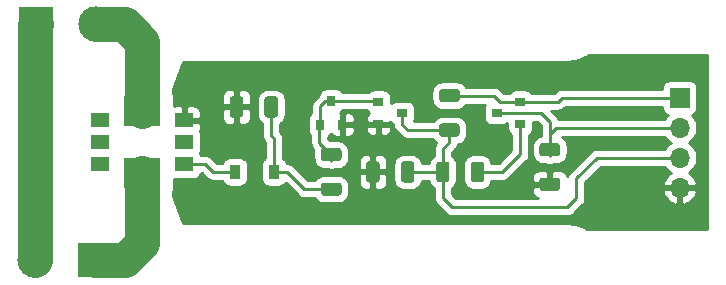
<source format=gbr>
G04 #@! TF.GenerationSoftware,KiCad,Pcbnew,5.1.10-88a1d61d58~90~ubuntu21.04.1*
G04 #@! TF.CreationDate,2021-08-24T09:46:03+02:00*
G04 #@! TF.ProjectId,Detector_SMD_AD,44657465-6374-46f7-925f-534d445f4144,rev?*
G04 #@! TF.SameCoordinates,Original*
G04 #@! TF.FileFunction,Copper,L1,Top*
G04 #@! TF.FilePolarity,Positive*
%FSLAX46Y46*%
G04 Gerber Fmt 4.6, Leading zero omitted, Abs format (unit mm)*
G04 Created by KiCad (PCBNEW 5.1.10-88a1d61d58~90~ubuntu21.04.1) date 2021-08-24 09:46:03*
%MOMM*%
%LPD*%
G01*
G04 APERTURE LIST*
G04 #@! TA.AperFunction,ComponentPad*
%ADD10O,1.700000X1.700000*%
G04 #@! TD*
G04 #@! TA.AperFunction,ComponentPad*
%ADD11R,1.700000X1.700000*%
G04 #@! TD*
G04 #@! TA.AperFunction,SMDPad,CuDef*
%ADD12R,0.900000X0.800000*%
G04 #@! TD*
G04 #@! TA.AperFunction,SMDPad,CuDef*
%ADD13R,0.800000X0.900000*%
G04 #@! TD*
G04 #@! TA.AperFunction,ComponentPad*
%ADD14C,3.000000*%
G04 #@! TD*
G04 #@! TA.AperFunction,ComponentPad*
%ADD15R,3.000000X3.000000*%
G04 #@! TD*
G04 #@! TA.AperFunction,SMDPad,CuDef*
%ADD16R,0.900000X1.200000*%
G04 #@! TD*
G04 #@! TA.AperFunction,SMDPad,CuDef*
%ADD17R,3.048000X2.540000*%
G04 #@! TD*
G04 #@! TA.AperFunction,SMDPad,CuDef*
%ADD18R,1.524000X1.270000*%
G04 #@! TD*
G04 #@! TA.AperFunction,ViaPad*
%ADD19C,0.800000*%
G04 #@! TD*
G04 #@! TA.AperFunction,Conductor*
%ADD20C,0.250000*%
G04 #@! TD*
G04 #@! TA.AperFunction,Conductor*
%ADD21C,3.000000*%
G04 #@! TD*
G04 #@! TA.AperFunction,Conductor*
%ADD22C,0.254000*%
G04 #@! TD*
G04 #@! TA.AperFunction,Conductor*
%ADD23C,0.100000*%
G04 #@! TD*
G04 APERTURE END LIST*
D10*
X107000000Y-53830000D03*
X107000000Y-51290000D03*
X107000000Y-48750000D03*
D11*
X107000000Y-46210000D03*
G04 #@! TA.AperFunction,SMDPad,CuDef*
G36*
G01*
X86874999Y-48400000D02*
X88125001Y-48400000D01*
G75*
G02*
X88375000Y-48649999I0J-249999D01*
G01*
X88375000Y-49275001D01*
G75*
G02*
X88125001Y-49525000I-249999J0D01*
G01*
X86874999Y-49525000D01*
G75*
G02*
X86625000Y-49275001I0J249999D01*
G01*
X86625000Y-48649999D01*
G75*
G02*
X86874999Y-48400000I249999J0D01*
G01*
G37*
G04 #@! TD.AperFunction*
G04 #@! TA.AperFunction,SMDPad,CuDef*
G36*
G01*
X86874999Y-45475000D02*
X88125001Y-45475000D01*
G75*
G02*
X88375000Y-45724999I0J-249999D01*
G01*
X88375000Y-46350001D01*
G75*
G02*
X88125001Y-46600000I-249999J0D01*
G01*
X86874999Y-46600000D01*
G75*
G02*
X86625000Y-46350001I0J249999D01*
G01*
X86625000Y-45724999D01*
G75*
G02*
X86874999Y-45475000I249999J0D01*
G01*
G37*
G04 #@! TD.AperFunction*
G04 #@! TA.AperFunction,SMDPad,CuDef*
G36*
G01*
X95374999Y-52987500D02*
X96625001Y-52987500D01*
G75*
G02*
X96875000Y-53237499I0J-249999D01*
G01*
X96875000Y-53862501D01*
G75*
G02*
X96625001Y-54112500I-249999J0D01*
G01*
X95374999Y-54112500D01*
G75*
G02*
X95125000Y-53862501I0J249999D01*
G01*
X95125000Y-53237499D01*
G75*
G02*
X95374999Y-52987500I249999J0D01*
G01*
G37*
G04 #@! TD.AperFunction*
G04 #@! TA.AperFunction,SMDPad,CuDef*
G36*
G01*
X95374999Y-50062500D02*
X96625001Y-50062500D01*
G75*
G02*
X96875000Y-50312499I0J-249999D01*
G01*
X96875000Y-50937501D01*
G75*
G02*
X96625001Y-51187500I-249999J0D01*
G01*
X95374999Y-51187500D01*
G75*
G02*
X95125000Y-50937501I0J249999D01*
G01*
X95125000Y-50312499D01*
G75*
G02*
X95374999Y-50062500I249999J0D01*
G01*
G37*
G04 #@! TD.AperFunction*
G04 #@! TA.AperFunction,SMDPad,CuDef*
G36*
G01*
X76874999Y-53400000D02*
X78125001Y-53400000D01*
G75*
G02*
X78375000Y-53649999I0J-249999D01*
G01*
X78375000Y-54275001D01*
G75*
G02*
X78125001Y-54525000I-249999J0D01*
G01*
X76874999Y-54525000D01*
G75*
G02*
X76625000Y-54275001I0J249999D01*
G01*
X76625000Y-53649999D01*
G75*
G02*
X76874999Y-53400000I249999J0D01*
G01*
G37*
G04 #@! TD.AperFunction*
G04 #@! TA.AperFunction,SMDPad,CuDef*
G36*
G01*
X76874999Y-50475000D02*
X78125001Y-50475000D01*
G75*
G02*
X78375000Y-50724999I0J-249999D01*
G01*
X78375000Y-51350001D01*
G75*
G02*
X78125001Y-51600000I-249999J0D01*
G01*
X76874999Y-51600000D01*
G75*
G02*
X76625000Y-51350001I0J249999D01*
G01*
X76625000Y-50724999D01*
G75*
G02*
X76874999Y-50475000I249999J0D01*
G01*
G37*
G04 #@! TD.AperFunction*
G04 #@! TA.AperFunction,SMDPad,CuDef*
G36*
G01*
X87512500Y-51874999D02*
X87512500Y-53125001D01*
G75*
G02*
X87262501Y-53375000I-249999J0D01*
G01*
X86637499Y-53375000D01*
G75*
G02*
X86387500Y-53125001I0J249999D01*
G01*
X86387500Y-51874999D01*
G75*
G02*
X86637499Y-51625000I249999J0D01*
G01*
X87262501Y-51625000D01*
G75*
G02*
X87512500Y-51874999I0J-249999D01*
G01*
G37*
G04 #@! TD.AperFunction*
G04 #@! TA.AperFunction,SMDPad,CuDef*
G36*
G01*
X90437500Y-51874999D02*
X90437500Y-53125001D01*
G75*
G02*
X90187501Y-53375000I-249999J0D01*
G01*
X89562499Y-53375000D01*
G75*
G02*
X89312500Y-53125001I0J249999D01*
G01*
X89312500Y-51874999D01*
G75*
G02*
X89562499Y-51625000I249999J0D01*
G01*
X90187501Y-51625000D01*
G75*
G02*
X90437500Y-51874999I0J-249999D01*
G01*
G37*
G04 #@! TD.AperFunction*
G04 #@! TA.AperFunction,SMDPad,CuDef*
G36*
G01*
X81600000Y-51849999D02*
X81600000Y-53150001D01*
G75*
G02*
X81350001Y-53400000I-249999J0D01*
G01*
X80699999Y-53400000D01*
G75*
G02*
X80450000Y-53150001I0J249999D01*
G01*
X80450000Y-51849999D01*
G75*
G02*
X80699999Y-51600000I249999J0D01*
G01*
X81350001Y-51600000D01*
G75*
G02*
X81600000Y-51849999I0J-249999D01*
G01*
G37*
G04 #@! TD.AperFunction*
G04 #@! TA.AperFunction,SMDPad,CuDef*
G36*
G01*
X84550000Y-51849999D02*
X84550000Y-53150001D01*
G75*
G02*
X84300001Y-53400000I-249999J0D01*
G01*
X83649999Y-53400000D01*
G75*
G02*
X83400000Y-53150001I0J249999D01*
G01*
X83400000Y-51849999D01*
G75*
G02*
X83649999Y-51600000I249999J0D01*
G01*
X84300001Y-51600000D01*
G75*
G02*
X84550000Y-51849999I0J-249999D01*
G01*
G37*
G04 #@! TD.AperFunction*
G04 #@! TA.AperFunction,SMDPad,CuDef*
G36*
G01*
X70050000Y-46349999D02*
X70050000Y-47650001D01*
G75*
G02*
X69800001Y-47900000I-249999J0D01*
G01*
X69149999Y-47900000D01*
G75*
G02*
X68900000Y-47650001I0J249999D01*
G01*
X68900000Y-46349999D01*
G75*
G02*
X69149999Y-46100000I249999J0D01*
G01*
X69800001Y-46100000D01*
G75*
G02*
X70050000Y-46349999I0J-249999D01*
G01*
G37*
G04 #@! TD.AperFunction*
G04 #@! TA.AperFunction,SMDPad,CuDef*
G36*
G01*
X73000000Y-46349999D02*
X73000000Y-47650001D01*
G75*
G02*
X72750001Y-47900000I-249999J0D01*
G01*
X72099999Y-47900000D01*
G75*
G02*
X71850000Y-47650001I0J249999D01*
G01*
X71850000Y-46349999D01*
G75*
G02*
X72099999Y-46100000I249999J0D01*
G01*
X72750001Y-46100000D01*
G75*
G02*
X73000000Y-46349999I0J-249999D01*
G01*
G37*
G04 #@! TD.AperFunction*
D12*
X83500000Y-47500000D03*
X81500000Y-48450000D03*
X81500000Y-46550000D03*
D13*
X77500000Y-46500000D03*
X78450000Y-48500000D03*
X76550000Y-48500000D03*
D12*
X91500000Y-47500000D03*
X93500000Y-46550000D03*
X93500000Y-48450000D03*
D14*
X57580000Y-40000000D03*
D15*
X52500000Y-40000000D03*
D14*
X52420000Y-60000000D03*
D15*
X57500000Y-60000000D03*
D16*
X69350000Y-52500000D03*
X72650000Y-52500000D03*
D17*
X61511199Y-52616200D03*
X61511199Y-47383800D03*
D18*
X57955199Y-51854200D03*
X57955199Y-50000000D03*
X57955199Y-48145800D03*
X65067199Y-48145800D03*
X65067199Y-50000000D03*
X65067199Y-51854200D03*
D19*
X94000000Y-53000000D03*
X90000000Y-50000000D03*
X97790000Y-47625000D03*
D20*
X72425000Y-47000000D02*
X72425000Y-49425000D01*
X72650000Y-49650000D02*
X72650000Y-52500000D01*
X72425000Y-49425000D02*
X72650000Y-49650000D01*
X72650000Y-52500000D02*
X73750000Y-52500000D01*
X75212500Y-53962500D02*
X77500000Y-53962500D01*
X73750000Y-52500000D02*
X75212500Y-53962500D01*
X65067199Y-51854200D02*
X66854200Y-51854200D01*
X67500000Y-52500000D02*
X69350000Y-52500000D01*
X66854200Y-51854200D02*
X67500000Y-52500000D01*
X83975000Y-52500000D02*
X86950000Y-52500000D01*
X87500000Y-48962500D02*
X87500000Y-50000000D01*
X86950000Y-50550000D02*
X86950000Y-52500000D01*
X87500000Y-50000000D02*
X86950000Y-50550000D01*
X83962500Y-48962500D02*
X87500000Y-48962500D01*
X83500000Y-48500000D02*
X83962500Y-48962500D01*
X83500000Y-47500000D02*
X83500000Y-48500000D01*
X100000000Y-51290000D02*
X98250000Y-53040000D01*
X98250000Y-53040000D02*
X98250000Y-54750000D01*
X98250000Y-54750000D02*
X97500000Y-55500000D01*
X97500000Y-55500000D02*
X87750000Y-55500000D01*
X86950000Y-54700000D02*
X86950000Y-52500000D01*
X87750000Y-55500000D02*
X86950000Y-54700000D01*
X107000000Y-51290000D02*
X100000000Y-51290000D01*
X91500000Y-47500000D02*
X95250000Y-47500000D01*
X95250000Y-47500000D02*
X96000000Y-48250000D01*
X96000000Y-49250000D02*
X96000000Y-51175000D01*
X96000000Y-48250000D02*
X96000000Y-49250000D01*
X96500000Y-48750000D02*
X96000000Y-49250000D01*
X99915000Y-48750000D02*
X96500000Y-48750000D01*
X99915000Y-48750000D02*
X107000000Y-48750000D01*
X87500000Y-46037500D02*
X91287500Y-46037500D01*
X91800000Y-46550000D02*
X93500000Y-46550000D01*
X91287500Y-46037500D02*
X91800000Y-46550000D01*
X96700000Y-46550000D02*
X93500000Y-46550000D01*
X97040000Y-46210000D02*
X96700000Y-46550000D01*
X107000000Y-46210000D02*
X97040000Y-46210000D01*
X93500000Y-51000000D02*
X93500000Y-48450000D01*
X92000000Y-52500000D02*
X93500000Y-51000000D01*
X89875000Y-52500000D02*
X92000000Y-52500000D01*
X77500000Y-50900000D02*
X77500000Y-51587500D01*
X81450000Y-46500000D02*
X81500000Y-46550000D01*
X77500000Y-46500000D02*
X81450000Y-46500000D01*
X77500000Y-51037500D02*
X76500000Y-50037500D01*
X76500000Y-48550000D02*
X76550000Y-48500000D01*
X76500000Y-50037500D02*
X76500000Y-48550000D01*
X76550000Y-46950000D02*
X76550000Y-48500000D01*
X77000000Y-46500000D02*
X76550000Y-46950000D01*
X77500000Y-46500000D02*
X77000000Y-46500000D01*
D21*
X61511199Y-52616200D02*
X61511199Y-58488801D01*
X60000000Y-60000000D02*
X57500000Y-60000000D01*
X61511199Y-58488801D02*
X60000000Y-60000000D01*
X61511199Y-47383800D02*
X61511199Y-41511199D01*
X60000000Y-40000000D02*
X57580000Y-40000000D01*
X61511199Y-41511199D02*
X60000000Y-40000000D01*
X52420000Y-40080000D02*
X52500000Y-40000000D01*
X52420000Y-60000000D02*
X52420000Y-40080000D01*
D22*
X109340000Y-57373000D02*
X99250603Y-57373000D01*
X99201437Y-57339334D01*
X99193331Y-57334952D01*
X98762527Y-57105890D01*
X98707233Y-57083099D01*
X98652240Y-57059529D01*
X98643437Y-57056804D01*
X98176347Y-56915781D01*
X98117653Y-56904159D01*
X98059156Y-56891725D01*
X98049991Y-56890762D01*
X97564405Y-56843150D01*
X97564402Y-56843150D01*
X97532419Y-56840000D01*
X65032419Y-56840000D01*
X65000000Y-56836807D01*
X64967581Y-56840000D01*
X64915578Y-56845122D01*
X64138199Y-54512986D01*
X64138199Y-54132491D01*
X64145892Y-54107131D01*
X64167652Y-53886200D01*
X64167652Y-53111049D01*
X64180717Y-53115012D01*
X64305199Y-53127272D01*
X65829199Y-53127272D01*
X65953681Y-53115012D01*
X66073379Y-53078702D01*
X66183693Y-53019737D01*
X66280384Y-52940385D01*
X66359736Y-52843694D01*
X66418701Y-52733380D01*
X66454854Y-52614200D01*
X66539399Y-52614200D01*
X66936200Y-53011002D01*
X66959999Y-53040001D01*
X66988997Y-53063799D01*
X67075723Y-53134974D01*
X67176770Y-53188985D01*
X67207753Y-53205546D01*
X67351014Y-53249003D01*
X67462667Y-53260000D01*
X67462676Y-53260000D01*
X67499999Y-53263676D01*
X67537322Y-53260000D01*
X68284962Y-53260000D01*
X68310498Y-53344180D01*
X68369463Y-53454494D01*
X68448815Y-53551185D01*
X68545506Y-53630537D01*
X68655820Y-53689502D01*
X68775518Y-53725812D01*
X68900000Y-53738072D01*
X69800000Y-53738072D01*
X69924482Y-53725812D01*
X70044180Y-53689502D01*
X70154494Y-53630537D01*
X70251185Y-53551185D01*
X70330537Y-53454494D01*
X70389502Y-53344180D01*
X70425812Y-53224482D01*
X70438072Y-53100000D01*
X70438072Y-51900000D01*
X70425812Y-51775518D01*
X70389502Y-51655820D01*
X70330537Y-51545506D01*
X70251185Y-51448815D01*
X70154494Y-51369463D01*
X70044180Y-51310498D01*
X69924482Y-51274188D01*
X69800000Y-51261928D01*
X68900000Y-51261928D01*
X68775518Y-51274188D01*
X68655820Y-51310498D01*
X68545506Y-51369463D01*
X68448815Y-51448815D01*
X68369463Y-51545506D01*
X68310498Y-51655820D01*
X68284962Y-51740000D01*
X67814802Y-51740000D01*
X67418003Y-51343202D01*
X67394201Y-51314199D01*
X67278476Y-51219226D01*
X67146447Y-51148654D01*
X67003186Y-51105197D01*
X66891533Y-51094200D01*
X66891522Y-51094200D01*
X66854200Y-51090524D01*
X66816878Y-51094200D01*
X66454854Y-51094200D01*
X66418701Y-50975020D01*
X66393087Y-50927100D01*
X66418701Y-50879180D01*
X66455011Y-50759482D01*
X66467271Y-50635000D01*
X66467271Y-49365000D01*
X66455011Y-49240518D01*
X66418701Y-49120820D01*
X66393087Y-49072900D01*
X66418701Y-49024980D01*
X66455011Y-48905282D01*
X66467271Y-48780800D01*
X66464199Y-48431550D01*
X66305449Y-48272800D01*
X65194199Y-48272800D01*
X65194199Y-48292800D01*
X64940199Y-48292800D01*
X64940199Y-48272800D01*
X64920199Y-48272800D01*
X64920199Y-48018800D01*
X64940199Y-48018800D01*
X64940199Y-47034550D01*
X65194199Y-47034550D01*
X65194199Y-48018800D01*
X66305449Y-48018800D01*
X66424249Y-47900000D01*
X68261928Y-47900000D01*
X68274188Y-48024482D01*
X68310498Y-48144180D01*
X68369463Y-48254494D01*
X68448815Y-48351185D01*
X68545506Y-48430537D01*
X68655820Y-48489502D01*
X68775518Y-48525812D01*
X68900000Y-48538072D01*
X69189250Y-48535000D01*
X69348000Y-48376250D01*
X69348000Y-47127000D01*
X69602000Y-47127000D01*
X69602000Y-48376250D01*
X69760750Y-48535000D01*
X70050000Y-48538072D01*
X70174482Y-48525812D01*
X70294180Y-48489502D01*
X70404494Y-48430537D01*
X70501185Y-48351185D01*
X70580537Y-48254494D01*
X70639502Y-48144180D01*
X70675812Y-48024482D01*
X70688072Y-47900000D01*
X70685000Y-47285750D01*
X70526250Y-47127000D01*
X69602000Y-47127000D01*
X69348000Y-47127000D01*
X68423750Y-47127000D01*
X68265000Y-47285750D01*
X68261928Y-47900000D01*
X66424249Y-47900000D01*
X66464199Y-47860050D01*
X66467271Y-47510800D01*
X66455011Y-47386318D01*
X66418701Y-47266620D01*
X66359736Y-47156306D01*
X66280384Y-47059615D01*
X66183693Y-46980263D01*
X66073379Y-46921298D01*
X65953681Y-46884988D01*
X65829199Y-46872728D01*
X65352949Y-46875800D01*
X65194199Y-47034550D01*
X64940199Y-47034550D01*
X64781449Y-46875800D01*
X64305199Y-46872728D01*
X64180717Y-46884988D01*
X64167652Y-46888951D01*
X64167652Y-46113800D01*
X64166293Y-46100000D01*
X68261928Y-46100000D01*
X68265000Y-46714250D01*
X68423750Y-46873000D01*
X69348000Y-46873000D01*
X69348000Y-45623750D01*
X69602000Y-45623750D01*
X69602000Y-46873000D01*
X70526250Y-46873000D01*
X70685000Y-46714250D01*
X70686821Y-46349999D01*
X71211928Y-46349999D01*
X71211928Y-47650001D01*
X71228992Y-47823255D01*
X71279528Y-47989851D01*
X71361595Y-48143387D01*
X71472038Y-48277962D01*
X71606613Y-48388405D01*
X71665001Y-48419614D01*
X71665001Y-49387668D01*
X71661324Y-49425000D01*
X71665001Y-49462333D01*
X71675998Y-49573986D01*
X71679339Y-49585000D01*
X71719454Y-49717246D01*
X71790026Y-49849276D01*
X71861201Y-49936002D01*
X71885000Y-49965001D01*
X71890000Y-49969104D01*
X71890001Y-51345680D01*
X71845506Y-51369463D01*
X71748815Y-51448815D01*
X71669463Y-51545506D01*
X71610498Y-51655820D01*
X71574188Y-51775518D01*
X71561928Y-51900000D01*
X71561928Y-53100000D01*
X71574188Y-53224482D01*
X71610498Y-53344180D01*
X71669463Y-53454494D01*
X71748815Y-53551185D01*
X71845506Y-53630537D01*
X71955820Y-53689502D01*
X72075518Y-53725812D01*
X72200000Y-53738072D01*
X73100000Y-53738072D01*
X73224482Y-53725812D01*
X73344180Y-53689502D01*
X73454494Y-53630537D01*
X73551185Y-53551185D01*
X73630156Y-53454958D01*
X74648701Y-54473503D01*
X74672499Y-54502501D01*
X74788224Y-54597474D01*
X74920253Y-54668046D01*
X75063514Y-54711503D01*
X75175167Y-54722500D01*
X75175176Y-54722500D01*
X75212499Y-54726176D01*
X75249822Y-54722500D01*
X76112068Y-54722500D01*
X76136595Y-54768387D01*
X76247038Y-54902962D01*
X76381613Y-55013405D01*
X76535149Y-55095472D01*
X76701745Y-55146008D01*
X76874999Y-55163072D01*
X78125001Y-55163072D01*
X78298255Y-55146008D01*
X78464851Y-55095472D01*
X78618387Y-55013405D01*
X78752962Y-54902962D01*
X78863405Y-54768387D01*
X78945472Y-54614851D01*
X78996008Y-54448255D01*
X79013072Y-54275001D01*
X79013072Y-53649999D01*
X78996008Y-53476745D01*
X78972728Y-53400000D01*
X79811928Y-53400000D01*
X79824188Y-53524482D01*
X79860498Y-53644180D01*
X79919463Y-53754494D01*
X79998815Y-53851185D01*
X80095506Y-53930537D01*
X80205820Y-53989502D01*
X80325518Y-54025812D01*
X80450000Y-54038072D01*
X80739250Y-54035000D01*
X80898000Y-53876250D01*
X80898000Y-52627000D01*
X81152000Y-52627000D01*
X81152000Y-53876250D01*
X81310750Y-54035000D01*
X81600000Y-54038072D01*
X81724482Y-54025812D01*
X81844180Y-53989502D01*
X81954494Y-53930537D01*
X82051185Y-53851185D01*
X82130537Y-53754494D01*
X82189502Y-53644180D01*
X82225812Y-53524482D01*
X82238072Y-53400000D01*
X82235000Y-52785750D01*
X82076250Y-52627000D01*
X81152000Y-52627000D01*
X80898000Y-52627000D01*
X79973750Y-52627000D01*
X79815000Y-52785750D01*
X79811928Y-53400000D01*
X78972728Y-53400000D01*
X78945472Y-53310149D01*
X78863405Y-53156613D01*
X78752962Y-53022038D01*
X78618387Y-52911595D01*
X78464851Y-52829528D01*
X78298255Y-52778992D01*
X78125001Y-52761928D01*
X76874999Y-52761928D01*
X76701745Y-52778992D01*
X76535149Y-52829528D01*
X76381613Y-52911595D01*
X76247038Y-53022038D01*
X76136595Y-53156613D01*
X76112068Y-53202500D01*
X75527302Y-53202500D01*
X74313804Y-51989003D01*
X74290001Y-51959999D01*
X74174276Y-51865026D01*
X74042247Y-51794454D01*
X73898986Y-51750997D01*
X73787333Y-51740000D01*
X73787322Y-51740000D01*
X73750000Y-51736324D01*
X73714969Y-51739774D01*
X73689502Y-51655820D01*
X73630537Y-51545506D01*
X73551185Y-51448815D01*
X73454494Y-51369463D01*
X73410000Y-51345680D01*
X73410000Y-49687322D01*
X73413676Y-49649999D01*
X73410000Y-49612676D01*
X73410000Y-49612667D01*
X73399003Y-49501014D01*
X73355546Y-49357753D01*
X73284974Y-49225724D01*
X73190001Y-49109999D01*
X73185000Y-49105895D01*
X73185000Y-48419614D01*
X73243387Y-48388405D01*
X73377962Y-48277962D01*
X73488405Y-48143387D01*
X73538321Y-48050000D01*
X75511928Y-48050000D01*
X75511928Y-48950000D01*
X75524188Y-49074482D01*
X75560498Y-49194180D01*
X75619463Y-49304494D01*
X75698815Y-49401185D01*
X75740000Y-49434985D01*
X75740000Y-50000177D01*
X75736324Y-50037500D01*
X75740000Y-50074822D01*
X75740000Y-50074832D01*
X75750997Y-50186485D01*
X75772616Y-50257753D01*
X75794454Y-50329746D01*
X75865026Y-50461776D01*
X75876474Y-50475725D01*
X75959999Y-50577501D01*
X75989002Y-50601304D01*
X75998205Y-50610506D01*
X75986928Y-50724999D01*
X75986928Y-51350001D01*
X76003992Y-51523255D01*
X76054528Y-51689851D01*
X76136595Y-51843387D01*
X76247038Y-51977962D01*
X76381613Y-52088405D01*
X76535149Y-52170472D01*
X76701745Y-52221008D01*
X76874999Y-52238072D01*
X77104906Y-52238072D01*
X77207754Y-52293046D01*
X77351015Y-52336503D01*
X77500000Y-52351177D01*
X77648986Y-52336503D01*
X77792247Y-52293046D01*
X77895095Y-52238072D01*
X78125001Y-52238072D01*
X78298255Y-52221008D01*
X78464851Y-52170472D01*
X78618387Y-52088405D01*
X78752962Y-51977962D01*
X78863405Y-51843387D01*
X78945472Y-51689851D01*
X78972727Y-51600000D01*
X79811928Y-51600000D01*
X79815000Y-52214250D01*
X79973750Y-52373000D01*
X80898000Y-52373000D01*
X80898000Y-51123750D01*
X81152000Y-51123750D01*
X81152000Y-52373000D01*
X82076250Y-52373000D01*
X82235000Y-52214250D01*
X82238072Y-51600000D01*
X82225812Y-51475518D01*
X82189502Y-51355820D01*
X82130537Y-51245506D01*
X82051185Y-51148815D01*
X81954494Y-51069463D01*
X81844180Y-51010498D01*
X81724482Y-50974188D01*
X81600000Y-50961928D01*
X81310750Y-50965000D01*
X81152000Y-51123750D01*
X80898000Y-51123750D01*
X80739250Y-50965000D01*
X80450000Y-50961928D01*
X80325518Y-50974188D01*
X80205820Y-51010498D01*
X80095506Y-51069463D01*
X79998815Y-51148815D01*
X79919463Y-51245506D01*
X79860498Y-51355820D01*
X79824188Y-51475518D01*
X79811928Y-51600000D01*
X78972727Y-51600000D01*
X78996008Y-51523255D01*
X79013072Y-51350001D01*
X79013072Y-50724999D01*
X78996008Y-50551745D01*
X78945472Y-50385149D01*
X78863405Y-50231613D01*
X78752962Y-50097038D01*
X78618387Y-49986595D01*
X78464851Y-49904528D01*
X78298255Y-49853992D01*
X78125001Y-49836928D01*
X77374229Y-49836928D01*
X77260000Y-49722699D01*
X77260000Y-49504320D01*
X77304494Y-49480537D01*
X77401185Y-49401185D01*
X77480537Y-49304494D01*
X77500000Y-49268082D01*
X77519463Y-49304494D01*
X77598815Y-49401185D01*
X77695506Y-49480537D01*
X77805820Y-49539502D01*
X77925518Y-49575812D01*
X78050000Y-49588072D01*
X78164250Y-49585000D01*
X78323000Y-49426250D01*
X78323000Y-48627000D01*
X78577000Y-48627000D01*
X78577000Y-49426250D01*
X78735750Y-49585000D01*
X78850000Y-49588072D01*
X78974482Y-49575812D01*
X79094180Y-49539502D01*
X79204494Y-49480537D01*
X79301185Y-49401185D01*
X79380537Y-49304494D01*
X79439502Y-49194180D01*
X79475812Y-49074482D01*
X79488072Y-48950000D01*
X79486202Y-48850000D01*
X80411928Y-48850000D01*
X80424188Y-48974482D01*
X80460498Y-49094180D01*
X80519463Y-49204494D01*
X80598815Y-49301185D01*
X80695506Y-49380537D01*
X80805820Y-49439502D01*
X80925518Y-49475812D01*
X81050000Y-49488072D01*
X81214250Y-49485000D01*
X81373000Y-49326250D01*
X81373000Y-48577000D01*
X81627000Y-48577000D01*
X81627000Y-49326250D01*
X81785750Y-49485000D01*
X81950000Y-49488072D01*
X82074482Y-49475812D01*
X82194180Y-49439502D01*
X82304494Y-49380537D01*
X82401185Y-49301185D01*
X82480537Y-49204494D01*
X82539502Y-49094180D01*
X82575812Y-48974482D01*
X82588072Y-48850000D01*
X82585000Y-48735750D01*
X82426250Y-48577000D01*
X81627000Y-48577000D01*
X81373000Y-48577000D01*
X80573750Y-48577000D01*
X80415000Y-48735750D01*
X80411928Y-48850000D01*
X79486202Y-48850000D01*
X79485000Y-48785750D01*
X79326250Y-48627000D01*
X78577000Y-48627000D01*
X78323000Y-48627000D01*
X78303000Y-48627000D01*
X78303000Y-48373000D01*
X78323000Y-48373000D01*
X78323000Y-47573750D01*
X78577000Y-47573750D01*
X78577000Y-48373000D01*
X79326250Y-48373000D01*
X79485000Y-48214250D01*
X79488072Y-48050000D01*
X79475812Y-47925518D01*
X79439502Y-47805820D01*
X79380537Y-47695506D01*
X79301185Y-47598815D01*
X79204494Y-47519463D01*
X79094180Y-47460498D01*
X78974482Y-47424188D01*
X78850000Y-47411928D01*
X78735750Y-47415000D01*
X78577000Y-47573750D01*
X78323000Y-47573750D01*
X78238393Y-47489143D01*
X78254494Y-47480537D01*
X78351185Y-47401185D01*
X78430537Y-47304494D01*
X78454320Y-47260000D01*
X80495680Y-47260000D01*
X80519463Y-47304494D01*
X80598815Y-47401185D01*
X80695506Y-47480537D01*
X80731918Y-47500000D01*
X80695506Y-47519463D01*
X80598815Y-47598815D01*
X80519463Y-47695506D01*
X80460498Y-47805820D01*
X80424188Y-47925518D01*
X80411928Y-48050000D01*
X80415000Y-48164250D01*
X80573750Y-48323000D01*
X81373000Y-48323000D01*
X81373000Y-48303000D01*
X81627000Y-48303000D01*
X81627000Y-48323000D01*
X82426250Y-48323000D01*
X82510857Y-48238393D01*
X82519463Y-48254494D01*
X82598815Y-48351185D01*
X82695506Y-48430537D01*
X82740001Y-48454320D01*
X82740001Y-48462668D01*
X82736324Y-48500000D01*
X82740001Y-48537333D01*
X82750998Y-48648986D01*
X82758669Y-48674275D01*
X82794454Y-48792246D01*
X82865026Y-48924276D01*
X82926353Y-48999002D01*
X82960000Y-49040001D01*
X82988998Y-49063799D01*
X83398696Y-49473497D01*
X83422499Y-49502501D01*
X83538224Y-49597474D01*
X83670253Y-49668046D01*
X83813514Y-49711503D01*
X83925167Y-49722500D01*
X83925175Y-49722500D01*
X83962500Y-49726176D01*
X83999825Y-49722500D01*
X86112068Y-49722500D01*
X86136595Y-49768387D01*
X86247038Y-49902962D01*
X86381613Y-50013405D01*
X86399401Y-50022913D01*
X86368986Y-50059974D01*
X86315026Y-50125724D01*
X86267949Y-50213799D01*
X86244454Y-50257754D01*
X86200997Y-50401015D01*
X86190000Y-50512668D01*
X86190000Y-50512678D01*
X86186324Y-50550000D01*
X86190000Y-50587323D01*
X86190000Y-51112068D01*
X86144113Y-51136595D01*
X86009538Y-51247038D01*
X85899095Y-51381613D01*
X85817028Y-51535149D01*
X85766492Y-51701745D01*
X85762724Y-51740000D01*
X85177238Y-51740000D01*
X85171008Y-51676745D01*
X85120472Y-51510149D01*
X85038405Y-51356613D01*
X84927962Y-51222038D01*
X84793387Y-51111595D01*
X84639851Y-51029528D01*
X84473255Y-50978992D01*
X84300001Y-50961928D01*
X83649999Y-50961928D01*
X83476745Y-50978992D01*
X83310149Y-51029528D01*
X83156613Y-51111595D01*
X83022038Y-51222038D01*
X82911595Y-51356613D01*
X82829528Y-51510149D01*
X82778992Y-51676745D01*
X82761928Y-51849999D01*
X82761928Y-53150001D01*
X82778992Y-53323255D01*
X82829528Y-53489851D01*
X82911595Y-53643387D01*
X83022038Y-53777962D01*
X83156613Y-53888405D01*
X83310149Y-53970472D01*
X83476745Y-54021008D01*
X83649999Y-54038072D01*
X84300001Y-54038072D01*
X84473255Y-54021008D01*
X84639851Y-53970472D01*
X84793387Y-53888405D01*
X84927962Y-53777962D01*
X85038405Y-53643387D01*
X85120472Y-53489851D01*
X85171008Y-53323255D01*
X85177238Y-53260000D01*
X85762724Y-53260000D01*
X85766492Y-53298255D01*
X85817028Y-53464851D01*
X85899095Y-53618387D01*
X86009538Y-53752962D01*
X86144113Y-53863405D01*
X86190000Y-53887932D01*
X86190000Y-54662677D01*
X86186324Y-54700000D01*
X86190000Y-54737322D01*
X86190000Y-54737332D01*
X86200997Y-54848985D01*
X86234672Y-54959999D01*
X86244454Y-54992246D01*
X86315026Y-55124276D01*
X86354871Y-55172826D01*
X86409999Y-55240001D01*
X86439002Y-55263803D01*
X87186201Y-56011002D01*
X87209999Y-56040001D01*
X87325724Y-56134974D01*
X87457753Y-56205546D01*
X87601014Y-56249003D01*
X87712667Y-56260000D01*
X87712677Y-56260000D01*
X87750000Y-56263676D01*
X87787323Y-56260000D01*
X97462678Y-56260000D01*
X97500000Y-56263676D01*
X97537322Y-56260000D01*
X97537333Y-56260000D01*
X97648986Y-56249003D01*
X97792247Y-56205546D01*
X97924276Y-56134974D01*
X98040001Y-56040001D01*
X98063803Y-56010998D01*
X98761002Y-55313799D01*
X98790001Y-55290001D01*
X98884974Y-55174276D01*
X98955546Y-55042247D01*
X98999003Y-54898986D01*
X99010000Y-54787333D01*
X99010000Y-54787324D01*
X99013676Y-54750001D01*
X99010000Y-54712678D01*
X99010000Y-54186890D01*
X105558524Y-54186890D01*
X105603175Y-54334099D01*
X105728359Y-54596920D01*
X105902412Y-54830269D01*
X106118645Y-55025178D01*
X106368748Y-55174157D01*
X106643109Y-55271481D01*
X106873000Y-55150814D01*
X106873000Y-53957000D01*
X107127000Y-53957000D01*
X107127000Y-55150814D01*
X107356891Y-55271481D01*
X107631252Y-55174157D01*
X107881355Y-55025178D01*
X108097588Y-54830269D01*
X108271641Y-54596920D01*
X108396825Y-54334099D01*
X108441476Y-54186890D01*
X108320155Y-53957000D01*
X107127000Y-53957000D01*
X106873000Y-53957000D01*
X105679845Y-53957000D01*
X105558524Y-54186890D01*
X99010000Y-54186890D01*
X99010000Y-53354801D01*
X100314802Y-52050000D01*
X105721822Y-52050000D01*
X105846525Y-52236632D01*
X106053368Y-52443475D01*
X106235534Y-52565195D01*
X106118645Y-52634822D01*
X105902412Y-52829731D01*
X105728359Y-53063080D01*
X105603175Y-53325901D01*
X105558524Y-53473110D01*
X105679845Y-53703000D01*
X106873000Y-53703000D01*
X106873000Y-53683000D01*
X107127000Y-53683000D01*
X107127000Y-53703000D01*
X108320155Y-53703000D01*
X108441476Y-53473110D01*
X108396825Y-53325901D01*
X108271641Y-53063080D01*
X108097588Y-52829731D01*
X107881355Y-52634822D01*
X107764466Y-52565195D01*
X107946632Y-52443475D01*
X108153475Y-52236632D01*
X108315990Y-51993411D01*
X108427932Y-51723158D01*
X108485000Y-51436260D01*
X108485000Y-51143740D01*
X108427932Y-50856842D01*
X108315990Y-50586589D01*
X108153475Y-50343368D01*
X107946632Y-50136525D01*
X107772240Y-50020000D01*
X107946632Y-49903475D01*
X108153475Y-49696632D01*
X108315990Y-49453411D01*
X108427932Y-49183158D01*
X108485000Y-48896260D01*
X108485000Y-48603740D01*
X108427932Y-48316842D01*
X108315990Y-48046589D01*
X108153475Y-47803368D01*
X108021620Y-47671513D01*
X108094180Y-47649502D01*
X108204494Y-47590537D01*
X108301185Y-47511185D01*
X108380537Y-47414494D01*
X108439502Y-47304180D01*
X108475812Y-47184482D01*
X108488072Y-47060000D01*
X108488072Y-45360000D01*
X108475812Y-45235518D01*
X108439502Y-45115820D01*
X108380537Y-45005506D01*
X108301185Y-44908815D01*
X108204494Y-44829463D01*
X108094180Y-44770498D01*
X107974482Y-44734188D01*
X107850000Y-44721928D01*
X106150000Y-44721928D01*
X106025518Y-44734188D01*
X105905820Y-44770498D01*
X105795506Y-44829463D01*
X105698815Y-44908815D01*
X105619463Y-45005506D01*
X105560498Y-45115820D01*
X105524188Y-45235518D01*
X105511928Y-45360000D01*
X105511928Y-45450000D01*
X97077333Y-45450000D01*
X97040000Y-45446323D01*
X97002667Y-45450000D01*
X96891014Y-45460997D01*
X96747753Y-45504454D01*
X96615724Y-45575026D01*
X96499999Y-45669999D01*
X96476196Y-45699003D01*
X96385199Y-45790000D01*
X94476018Y-45790000D01*
X94401185Y-45698815D01*
X94304494Y-45619463D01*
X94194180Y-45560498D01*
X94074482Y-45524188D01*
X93950000Y-45511928D01*
X93050000Y-45511928D01*
X92925518Y-45524188D01*
X92805820Y-45560498D01*
X92695506Y-45619463D01*
X92598815Y-45698815D01*
X92523982Y-45790000D01*
X92114802Y-45790000D01*
X91851303Y-45526502D01*
X91827501Y-45497499D01*
X91711776Y-45402526D01*
X91579747Y-45331954D01*
X91436486Y-45288497D01*
X91324833Y-45277500D01*
X91324822Y-45277500D01*
X91287500Y-45273824D01*
X91250178Y-45277500D01*
X88887932Y-45277500D01*
X88863405Y-45231613D01*
X88752962Y-45097038D01*
X88618387Y-44986595D01*
X88464851Y-44904528D01*
X88298255Y-44853992D01*
X88125001Y-44836928D01*
X86874999Y-44836928D01*
X86701745Y-44853992D01*
X86535149Y-44904528D01*
X86381613Y-44986595D01*
X86247038Y-45097038D01*
X86136595Y-45231613D01*
X86054528Y-45385149D01*
X86003992Y-45551745D01*
X85986928Y-45724999D01*
X85986928Y-46350001D01*
X86003992Y-46523255D01*
X86054528Y-46689851D01*
X86136595Y-46843387D01*
X86247038Y-46977962D01*
X86381613Y-47088405D01*
X86535149Y-47170472D01*
X86701745Y-47221008D01*
X86874999Y-47238072D01*
X88125001Y-47238072D01*
X88298255Y-47221008D01*
X88464851Y-47170472D01*
X88618387Y-47088405D01*
X88752962Y-46977962D01*
X88863405Y-46843387D01*
X88887932Y-46797500D01*
X90491671Y-46797500D01*
X90460498Y-46855820D01*
X90424188Y-46975518D01*
X90411928Y-47100000D01*
X90411928Y-47900000D01*
X90424188Y-48024482D01*
X90460498Y-48144180D01*
X90519463Y-48254494D01*
X90598815Y-48351185D01*
X90695506Y-48430537D01*
X90805820Y-48489502D01*
X90925518Y-48525812D01*
X91050000Y-48538072D01*
X91950000Y-48538072D01*
X92074482Y-48525812D01*
X92194180Y-48489502D01*
X92304494Y-48430537D01*
X92401185Y-48351185D01*
X92411928Y-48338095D01*
X92411928Y-48850000D01*
X92424188Y-48974482D01*
X92460498Y-49094180D01*
X92519463Y-49204494D01*
X92598815Y-49301185D01*
X92695506Y-49380537D01*
X92740001Y-49404320D01*
X92740000Y-50685198D01*
X91685199Y-51740000D01*
X91062276Y-51740000D01*
X91058508Y-51701745D01*
X91007972Y-51535149D01*
X90925905Y-51381613D01*
X90815462Y-51247038D01*
X90680887Y-51136595D01*
X90527351Y-51054528D01*
X90360755Y-51003992D01*
X90187501Y-50986928D01*
X89562499Y-50986928D01*
X89389245Y-51003992D01*
X89222649Y-51054528D01*
X89069113Y-51136595D01*
X88934538Y-51247038D01*
X88824095Y-51381613D01*
X88742028Y-51535149D01*
X88691492Y-51701745D01*
X88674428Y-51874999D01*
X88674428Y-53125001D01*
X88691492Y-53298255D01*
X88742028Y-53464851D01*
X88824095Y-53618387D01*
X88934538Y-53752962D01*
X89069113Y-53863405D01*
X89222649Y-53945472D01*
X89389245Y-53996008D01*
X89562499Y-54013072D01*
X90187501Y-54013072D01*
X90360755Y-53996008D01*
X90527351Y-53945472D01*
X90680887Y-53863405D01*
X90815462Y-53752962D01*
X90925905Y-53618387D01*
X91007972Y-53464851D01*
X91058508Y-53298255D01*
X91062276Y-53260000D01*
X91962678Y-53260000D01*
X92000000Y-53263676D01*
X92037322Y-53260000D01*
X92037333Y-53260000D01*
X92148986Y-53249003D01*
X92292247Y-53205546D01*
X92424276Y-53134974D01*
X92540001Y-53040001D01*
X92563804Y-53010997D01*
X92587301Y-52987500D01*
X94486928Y-52987500D01*
X94490000Y-53264250D01*
X94648750Y-53423000D01*
X95873000Y-53423000D01*
X95873000Y-52511250D01*
X95714250Y-52352500D01*
X95125000Y-52349428D01*
X95000518Y-52361688D01*
X94880820Y-52397998D01*
X94770506Y-52456963D01*
X94673815Y-52536315D01*
X94594463Y-52633006D01*
X94535498Y-52743320D01*
X94499188Y-52863018D01*
X94486928Y-52987500D01*
X92587301Y-52987500D01*
X94011004Y-51563798D01*
X94040001Y-51540001D01*
X94134974Y-51424276D01*
X94205546Y-51292247D01*
X94249003Y-51148986D01*
X94260000Y-51037333D01*
X94260000Y-51037324D01*
X94263676Y-51000001D01*
X94260000Y-50962678D01*
X94260000Y-49404320D01*
X94304494Y-49380537D01*
X94401185Y-49301185D01*
X94480537Y-49204494D01*
X94539502Y-49094180D01*
X94575812Y-48974482D01*
X94588072Y-48850000D01*
X94588072Y-48260000D01*
X94935199Y-48260000D01*
X95240000Y-48564802D01*
X95240001Y-49212659D01*
X95240000Y-49212668D01*
X95240000Y-49212678D01*
X95236324Y-49250000D01*
X95240000Y-49287323D01*
X95240000Y-49437724D01*
X95201745Y-49441492D01*
X95035149Y-49492028D01*
X94881613Y-49574095D01*
X94747038Y-49684538D01*
X94636595Y-49819113D01*
X94554528Y-49972649D01*
X94503992Y-50139245D01*
X94486928Y-50312499D01*
X94486928Y-50937501D01*
X94503992Y-51110755D01*
X94554528Y-51277351D01*
X94636595Y-51430887D01*
X94747038Y-51565462D01*
X94881613Y-51675905D01*
X95035149Y-51757972D01*
X95201745Y-51808508D01*
X95374999Y-51825572D01*
X95604906Y-51825572D01*
X95707754Y-51880546D01*
X95851015Y-51924003D01*
X96000000Y-51938677D01*
X96148986Y-51924003D01*
X96292247Y-51880546D01*
X96395095Y-51825572D01*
X96625001Y-51825572D01*
X96798255Y-51808508D01*
X96964851Y-51757972D01*
X97118387Y-51675905D01*
X97252962Y-51565462D01*
X97363405Y-51430887D01*
X97445472Y-51277351D01*
X97496008Y-51110755D01*
X97513072Y-50937501D01*
X97513072Y-50312499D01*
X97496008Y-50139245D01*
X97445472Y-49972649D01*
X97363405Y-49819113D01*
X97252962Y-49684538D01*
X97118387Y-49574095D01*
X96998474Y-49510000D01*
X105721822Y-49510000D01*
X105846525Y-49696632D01*
X106053368Y-49903475D01*
X106227760Y-50020000D01*
X106053368Y-50136525D01*
X105846525Y-50343368D01*
X105721822Y-50530000D01*
X100037325Y-50530000D01*
X100000000Y-50526324D01*
X99962675Y-50530000D01*
X99962667Y-50530000D01*
X99851014Y-50540997D01*
X99707753Y-50584454D01*
X99575724Y-50655026D01*
X99459999Y-50749999D01*
X99436201Y-50778997D01*
X97739003Y-52476196D01*
X97709999Y-52499999D01*
X97660966Y-52559746D01*
X97615026Y-52615724D01*
X97608999Y-52627000D01*
X97544454Y-52747754D01*
X97502939Y-52884613D01*
X97500812Y-52863018D01*
X97464502Y-52743320D01*
X97405537Y-52633006D01*
X97326185Y-52536315D01*
X97229494Y-52456963D01*
X97119180Y-52397998D01*
X96999482Y-52361688D01*
X96875000Y-52349428D01*
X96285750Y-52352500D01*
X96127000Y-52511250D01*
X96127000Y-53423000D01*
X96147000Y-53423000D01*
X96147000Y-53677000D01*
X96127000Y-53677000D01*
X96127000Y-53697000D01*
X95873000Y-53697000D01*
X95873000Y-53677000D01*
X94648750Y-53677000D01*
X94490000Y-53835750D01*
X94486928Y-54112500D01*
X94499188Y-54236982D01*
X94535498Y-54356680D01*
X94594463Y-54466994D01*
X94673815Y-54563685D01*
X94770506Y-54643037D01*
X94880820Y-54702002D01*
X95000518Y-54738312D01*
X95017657Y-54740000D01*
X88064802Y-54740000D01*
X87710000Y-54385199D01*
X87710000Y-53887932D01*
X87755887Y-53863405D01*
X87890462Y-53752962D01*
X88000905Y-53618387D01*
X88082972Y-53464851D01*
X88133508Y-53298255D01*
X88150572Y-53125001D01*
X88150572Y-51874999D01*
X88133508Y-51701745D01*
X88082972Y-51535149D01*
X88000905Y-51381613D01*
X87890462Y-51247038D01*
X87755887Y-51136595D01*
X87710000Y-51112068D01*
X87710000Y-50864802D01*
X88011007Y-50563795D01*
X88040001Y-50540001D01*
X88063795Y-50511008D01*
X88063799Y-50511004D01*
X88134973Y-50424277D01*
X88136532Y-50421361D01*
X88205546Y-50292247D01*
X88248417Y-50150917D01*
X88298255Y-50146008D01*
X88464851Y-50095472D01*
X88618387Y-50013405D01*
X88752962Y-49902962D01*
X88863405Y-49768387D01*
X88945472Y-49614851D01*
X88996008Y-49448255D01*
X89013072Y-49275001D01*
X89013072Y-48649999D01*
X88996008Y-48476745D01*
X88945472Y-48310149D01*
X88863405Y-48156613D01*
X88752962Y-48022038D01*
X88618387Y-47911595D01*
X88464851Y-47829528D01*
X88298255Y-47778992D01*
X88125001Y-47761928D01*
X86874999Y-47761928D01*
X86701745Y-47778992D01*
X86535149Y-47829528D01*
X86381613Y-47911595D01*
X86247038Y-48022038D01*
X86136595Y-48156613D01*
X86112068Y-48202500D01*
X84508329Y-48202500D01*
X84539502Y-48144180D01*
X84575812Y-48024482D01*
X84588072Y-47900000D01*
X84588072Y-47100000D01*
X84575812Y-46975518D01*
X84539502Y-46855820D01*
X84480537Y-46745506D01*
X84401185Y-46648815D01*
X84304494Y-46569463D01*
X84194180Y-46510498D01*
X84074482Y-46474188D01*
X83950000Y-46461928D01*
X83050000Y-46461928D01*
X82925518Y-46474188D01*
X82805820Y-46510498D01*
X82695506Y-46569463D01*
X82598815Y-46648815D01*
X82588072Y-46661905D01*
X82588072Y-46150000D01*
X82575812Y-46025518D01*
X82539502Y-45905820D01*
X82480537Y-45795506D01*
X82401185Y-45698815D01*
X82304494Y-45619463D01*
X82194180Y-45560498D01*
X82074482Y-45524188D01*
X81950000Y-45511928D01*
X81050000Y-45511928D01*
X80925518Y-45524188D01*
X80805820Y-45560498D01*
X80695506Y-45619463D01*
X80598815Y-45698815D01*
X80565015Y-45740000D01*
X78454320Y-45740000D01*
X78430537Y-45695506D01*
X78351185Y-45598815D01*
X78254494Y-45519463D01*
X78144180Y-45460498D01*
X78024482Y-45424188D01*
X77900000Y-45411928D01*
X77100000Y-45411928D01*
X76975518Y-45424188D01*
X76855820Y-45460498D01*
X76745506Y-45519463D01*
X76648815Y-45598815D01*
X76569463Y-45695506D01*
X76510498Y-45805820D01*
X76474188Y-45925518D01*
X76471741Y-45950363D01*
X76459999Y-45959999D01*
X76436196Y-45989003D01*
X76039003Y-46386196D01*
X76009999Y-46409999D01*
X75957321Y-46474188D01*
X75915026Y-46525724D01*
X75857004Y-46634275D01*
X75844454Y-46657754D01*
X75800997Y-46801015D01*
X75790000Y-46912668D01*
X75790000Y-46912678D01*
X75786324Y-46950000D01*
X75790000Y-46987323D01*
X75790000Y-47523981D01*
X75698815Y-47598815D01*
X75619463Y-47695506D01*
X75560498Y-47805820D01*
X75524188Y-47925518D01*
X75511928Y-48050000D01*
X73538321Y-48050000D01*
X73570472Y-47989851D01*
X73621008Y-47823255D01*
X73638072Y-47650001D01*
X73638072Y-46349999D01*
X73621008Y-46176745D01*
X73570472Y-46010149D01*
X73488405Y-45856613D01*
X73377962Y-45722038D01*
X73243387Y-45611595D01*
X73089851Y-45529528D01*
X72923255Y-45478992D01*
X72750001Y-45461928D01*
X72099999Y-45461928D01*
X71926745Y-45478992D01*
X71760149Y-45529528D01*
X71606613Y-45611595D01*
X71472038Y-45722038D01*
X71361595Y-45856613D01*
X71279528Y-46010149D01*
X71228992Y-46176745D01*
X71211928Y-46349999D01*
X70686821Y-46349999D01*
X70688072Y-46100000D01*
X70675812Y-45975518D01*
X70639502Y-45855820D01*
X70580537Y-45745506D01*
X70501185Y-45648815D01*
X70404494Y-45569463D01*
X70294180Y-45510498D01*
X70174482Y-45474188D01*
X70050000Y-45461928D01*
X69760750Y-45465000D01*
X69602000Y-45623750D01*
X69348000Y-45623750D01*
X69189250Y-45465000D01*
X68900000Y-45461928D01*
X68775518Y-45474188D01*
X68655820Y-45510498D01*
X68545506Y-45569463D01*
X68448815Y-45648815D01*
X68369463Y-45745506D01*
X68310498Y-45855820D01*
X68274188Y-45975518D01*
X68261928Y-46100000D01*
X64166293Y-46100000D01*
X64145892Y-45892869D01*
X64138199Y-45867509D01*
X64138199Y-45487014D01*
X64915578Y-43154878D01*
X65000000Y-43163193D01*
X65032419Y-43160000D01*
X97532419Y-43160000D01*
X97561718Y-43157114D01*
X97577271Y-43157223D01*
X97586442Y-43156323D01*
X98071684Y-43105322D01*
X98130247Y-43093301D01*
X98189040Y-43082086D01*
X98197862Y-43079422D01*
X98663956Y-42935142D01*
X98719086Y-42911967D01*
X98774565Y-42889553D01*
X98782701Y-42885226D01*
X99211894Y-42653162D01*
X99250681Y-42627000D01*
X109340001Y-42627000D01*
X109340000Y-57373000D01*
G04 #@! TA.AperFunction,Conductor*
D23*
G36*
X109340000Y-57373000D02*
G01*
X99250603Y-57373000D01*
X99201437Y-57339334D01*
X99193331Y-57334952D01*
X98762527Y-57105890D01*
X98707233Y-57083099D01*
X98652240Y-57059529D01*
X98643437Y-57056804D01*
X98176347Y-56915781D01*
X98117653Y-56904159D01*
X98059156Y-56891725D01*
X98049991Y-56890762D01*
X97564405Y-56843150D01*
X97564402Y-56843150D01*
X97532419Y-56840000D01*
X65032419Y-56840000D01*
X65000000Y-56836807D01*
X64967581Y-56840000D01*
X64915578Y-56845122D01*
X64138199Y-54512986D01*
X64138199Y-54132491D01*
X64145892Y-54107131D01*
X64167652Y-53886200D01*
X64167652Y-53111049D01*
X64180717Y-53115012D01*
X64305199Y-53127272D01*
X65829199Y-53127272D01*
X65953681Y-53115012D01*
X66073379Y-53078702D01*
X66183693Y-53019737D01*
X66280384Y-52940385D01*
X66359736Y-52843694D01*
X66418701Y-52733380D01*
X66454854Y-52614200D01*
X66539399Y-52614200D01*
X66936200Y-53011002D01*
X66959999Y-53040001D01*
X66988997Y-53063799D01*
X67075723Y-53134974D01*
X67176770Y-53188985D01*
X67207753Y-53205546D01*
X67351014Y-53249003D01*
X67462667Y-53260000D01*
X67462676Y-53260000D01*
X67499999Y-53263676D01*
X67537322Y-53260000D01*
X68284962Y-53260000D01*
X68310498Y-53344180D01*
X68369463Y-53454494D01*
X68448815Y-53551185D01*
X68545506Y-53630537D01*
X68655820Y-53689502D01*
X68775518Y-53725812D01*
X68900000Y-53738072D01*
X69800000Y-53738072D01*
X69924482Y-53725812D01*
X70044180Y-53689502D01*
X70154494Y-53630537D01*
X70251185Y-53551185D01*
X70330537Y-53454494D01*
X70389502Y-53344180D01*
X70425812Y-53224482D01*
X70438072Y-53100000D01*
X70438072Y-51900000D01*
X70425812Y-51775518D01*
X70389502Y-51655820D01*
X70330537Y-51545506D01*
X70251185Y-51448815D01*
X70154494Y-51369463D01*
X70044180Y-51310498D01*
X69924482Y-51274188D01*
X69800000Y-51261928D01*
X68900000Y-51261928D01*
X68775518Y-51274188D01*
X68655820Y-51310498D01*
X68545506Y-51369463D01*
X68448815Y-51448815D01*
X68369463Y-51545506D01*
X68310498Y-51655820D01*
X68284962Y-51740000D01*
X67814802Y-51740000D01*
X67418003Y-51343202D01*
X67394201Y-51314199D01*
X67278476Y-51219226D01*
X67146447Y-51148654D01*
X67003186Y-51105197D01*
X66891533Y-51094200D01*
X66891522Y-51094200D01*
X66854200Y-51090524D01*
X66816878Y-51094200D01*
X66454854Y-51094200D01*
X66418701Y-50975020D01*
X66393087Y-50927100D01*
X66418701Y-50879180D01*
X66455011Y-50759482D01*
X66467271Y-50635000D01*
X66467271Y-49365000D01*
X66455011Y-49240518D01*
X66418701Y-49120820D01*
X66393087Y-49072900D01*
X66418701Y-49024980D01*
X66455011Y-48905282D01*
X66467271Y-48780800D01*
X66464199Y-48431550D01*
X66305449Y-48272800D01*
X65194199Y-48272800D01*
X65194199Y-48292800D01*
X64940199Y-48292800D01*
X64940199Y-48272800D01*
X64920199Y-48272800D01*
X64920199Y-48018800D01*
X64940199Y-48018800D01*
X64940199Y-47034550D01*
X65194199Y-47034550D01*
X65194199Y-48018800D01*
X66305449Y-48018800D01*
X66424249Y-47900000D01*
X68261928Y-47900000D01*
X68274188Y-48024482D01*
X68310498Y-48144180D01*
X68369463Y-48254494D01*
X68448815Y-48351185D01*
X68545506Y-48430537D01*
X68655820Y-48489502D01*
X68775518Y-48525812D01*
X68900000Y-48538072D01*
X69189250Y-48535000D01*
X69348000Y-48376250D01*
X69348000Y-47127000D01*
X69602000Y-47127000D01*
X69602000Y-48376250D01*
X69760750Y-48535000D01*
X70050000Y-48538072D01*
X70174482Y-48525812D01*
X70294180Y-48489502D01*
X70404494Y-48430537D01*
X70501185Y-48351185D01*
X70580537Y-48254494D01*
X70639502Y-48144180D01*
X70675812Y-48024482D01*
X70688072Y-47900000D01*
X70685000Y-47285750D01*
X70526250Y-47127000D01*
X69602000Y-47127000D01*
X69348000Y-47127000D01*
X68423750Y-47127000D01*
X68265000Y-47285750D01*
X68261928Y-47900000D01*
X66424249Y-47900000D01*
X66464199Y-47860050D01*
X66467271Y-47510800D01*
X66455011Y-47386318D01*
X66418701Y-47266620D01*
X66359736Y-47156306D01*
X66280384Y-47059615D01*
X66183693Y-46980263D01*
X66073379Y-46921298D01*
X65953681Y-46884988D01*
X65829199Y-46872728D01*
X65352949Y-46875800D01*
X65194199Y-47034550D01*
X64940199Y-47034550D01*
X64781449Y-46875800D01*
X64305199Y-46872728D01*
X64180717Y-46884988D01*
X64167652Y-46888951D01*
X64167652Y-46113800D01*
X64166293Y-46100000D01*
X68261928Y-46100000D01*
X68265000Y-46714250D01*
X68423750Y-46873000D01*
X69348000Y-46873000D01*
X69348000Y-45623750D01*
X69602000Y-45623750D01*
X69602000Y-46873000D01*
X70526250Y-46873000D01*
X70685000Y-46714250D01*
X70686821Y-46349999D01*
X71211928Y-46349999D01*
X71211928Y-47650001D01*
X71228992Y-47823255D01*
X71279528Y-47989851D01*
X71361595Y-48143387D01*
X71472038Y-48277962D01*
X71606613Y-48388405D01*
X71665001Y-48419614D01*
X71665001Y-49387668D01*
X71661324Y-49425000D01*
X71665001Y-49462333D01*
X71675998Y-49573986D01*
X71679339Y-49585000D01*
X71719454Y-49717246D01*
X71790026Y-49849276D01*
X71861201Y-49936002D01*
X71885000Y-49965001D01*
X71890000Y-49969104D01*
X71890001Y-51345680D01*
X71845506Y-51369463D01*
X71748815Y-51448815D01*
X71669463Y-51545506D01*
X71610498Y-51655820D01*
X71574188Y-51775518D01*
X71561928Y-51900000D01*
X71561928Y-53100000D01*
X71574188Y-53224482D01*
X71610498Y-53344180D01*
X71669463Y-53454494D01*
X71748815Y-53551185D01*
X71845506Y-53630537D01*
X71955820Y-53689502D01*
X72075518Y-53725812D01*
X72200000Y-53738072D01*
X73100000Y-53738072D01*
X73224482Y-53725812D01*
X73344180Y-53689502D01*
X73454494Y-53630537D01*
X73551185Y-53551185D01*
X73630156Y-53454958D01*
X74648701Y-54473503D01*
X74672499Y-54502501D01*
X74788224Y-54597474D01*
X74920253Y-54668046D01*
X75063514Y-54711503D01*
X75175167Y-54722500D01*
X75175176Y-54722500D01*
X75212499Y-54726176D01*
X75249822Y-54722500D01*
X76112068Y-54722500D01*
X76136595Y-54768387D01*
X76247038Y-54902962D01*
X76381613Y-55013405D01*
X76535149Y-55095472D01*
X76701745Y-55146008D01*
X76874999Y-55163072D01*
X78125001Y-55163072D01*
X78298255Y-55146008D01*
X78464851Y-55095472D01*
X78618387Y-55013405D01*
X78752962Y-54902962D01*
X78863405Y-54768387D01*
X78945472Y-54614851D01*
X78996008Y-54448255D01*
X79013072Y-54275001D01*
X79013072Y-53649999D01*
X78996008Y-53476745D01*
X78972728Y-53400000D01*
X79811928Y-53400000D01*
X79824188Y-53524482D01*
X79860498Y-53644180D01*
X79919463Y-53754494D01*
X79998815Y-53851185D01*
X80095506Y-53930537D01*
X80205820Y-53989502D01*
X80325518Y-54025812D01*
X80450000Y-54038072D01*
X80739250Y-54035000D01*
X80898000Y-53876250D01*
X80898000Y-52627000D01*
X81152000Y-52627000D01*
X81152000Y-53876250D01*
X81310750Y-54035000D01*
X81600000Y-54038072D01*
X81724482Y-54025812D01*
X81844180Y-53989502D01*
X81954494Y-53930537D01*
X82051185Y-53851185D01*
X82130537Y-53754494D01*
X82189502Y-53644180D01*
X82225812Y-53524482D01*
X82238072Y-53400000D01*
X82235000Y-52785750D01*
X82076250Y-52627000D01*
X81152000Y-52627000D01*
X80898000Y-52627000D01*
X79973750Y-52627000D01*
X79815000Y-52785750D01*
X79811928Y-53400000D01*
X78972728Y-53400000D01*
X78945472Y-53310149D01*
X78863405Y-53156613D01*
X78752962Y-53022038D01*
X78618387Y-52911595D01*
X78464851Y-52829528D01*
X78298255Y-52778992D01*
X78125001Y-52761928D01*
X76874999Y-52761928D01*
X76701745Y-52778992D01*
X76535149Y-52829528D01*
X76381613Y-52911595D01*
X76247038Y-53022038D01*
X76136595Y-53156613D01*
X76112068Y-53202500D01*
X75527302Y-53202500D01*
X74313804Y-51989003D01*
X74290001Y-51959999D01*
X74174276Y-51865026D01*
X74042247Y-51794454D01*
X73898986Y-51750997D01*
X73787333Y-51740000D01*
X73787322Y-51740000D01*
X73750000Y-51736324D01*
X73714969Y-51739774D01*
X73689502Y-51655820D01*
X73630537Y-51545506D01*
X73551185Y-51448815D01*
X73454494Y-51369463D01*
X73410000Y-51345680D01*
X73410000Y-49687322D01*
X73413676Y-49649999D01*
X73410000Y-49612676D01*
X73410000Y-49612667D01*
X73399003Y-49501014D01*
X73355546Y-49357753D01*
X73284974Y-49225724D01*
X73190001Y-49109999D01*
X73185000Y-49105895D01*
X73185000Y-48419614D01*
X73243387Y-48388405D01*
X73377962Y-48277962D01*
X73488405Y-48143387D01*
X73538321Y-48050000D01*
X75511928Y-48050000D01*
X75511928Y-48950000D01*
X75524188Y-49074482D01*
X75560498Y-49194180D01*
X75619463Y-49304494D01*
X75698815Y-49401185D01*
X75740000Y-49434985D01*
X75740000Y-50000177D01*
X75736324Y-50037500D01*
X75740000Y-50074822D01*
X75740000Y-50074832D01*
X75750997Y-50186485D01*
X75772616Y-50257753D01*
X75794454Y-50329746D01*
X75865026Y-50461776D01*
X75876474Y-50475725D01*
X75959999Y-50577501D01*
X75989002Y-50601304D01*
X75998205Y-50610506D01*
X75986928Y-50724999D01*
X75986928Y-51350001D01*
X76003992Y-51523255D01*
X76054528Y-51689851D01*
X76136595Y-51843387D01*
X76247038Y-51977962D01*
X76381613Y-52088405D01*
X76535149Y-52170472D01*
X76701745Y-52221008D01*
X76874999Y-52238072D01*
X77104906Y-52238072D01*
X77207754Y-52293046D01*
X77351015Y-52336503D01*
X77500000Y-52351177D01*
X77648986Y-52336503D01*
X77792247Y-52293046D01*
X77895095Y-52238072D01*
X78125001Y-52238072D01*
X78298255Y-52221008D01*
X78464851Y-52170472D01*
X78618387Y-52088405D01*
X78752962Y-51977962D01*
X78863405Y-51843387D01*
X78945472Y-51689851D01*
X78972727Y-51600000D01*
X79811928Y-51600000D01*
X79815000Y-52214250D01*
X79973750Y-52373000D01*
X80898000Y-52373000D01*
X80898000Y-51123750D01*
X81152000Y-51123750D01*
X81152000Y-52373000D01*
X82076250Y-52373000D01*
X82235000Y-52214250D01*
X82238072Y-51600000D01*
X82225812Y-51475518D01*
X82189502Y-51355820D01*
X82130537Y-51245506D01*
X82051185Y-51148815D01*
X81954494Y-51069463D01*
X81844180Y-51010498D01*
X81724482Y-50974188D01*
X81600000Y-50961928D01*
X81310750Y-50965000D01*
X81152000Y-51123750D01*
X80898000Y-51123750D01*
X80739250Y-50965000D01*
X80450000Y-50961928D01*
X80325518Y-50974188D01*
X80205820Y-51010498D01*
X80095506Y-51069463D01*
X79998815Y-51148815D01*
X79919463Y-51245506D01*
X79860498Y-51355820D01*
X79824188Y-51475518D01*
X79811928Y-51600000D01*
X78972727Y-51600000D01*
X78996008Y-51523255D01*
X79013072Y-51350001D01*
X79013072Y-50724999D01*
X78996008Y-50551745D01*
X78945472Y-50385149D01*
X78863405Y-50231613D01*
X78752962Y-50097038D01*
X78618387Y-49986595D01*
X78464851Y-49904528D01*
X78298255Y-49853992D01*
X78125001Y-49836928D01*
X77374229Y-49836928D01*
X77260000Y-49722699D01*
X77260000Y-49504320D01*
X77304494Y-49480537D01*
X77401185Y-49401185D01*
X77480537Y-49304494D01*
X77500000Y-49268082D01*
X77519463Y-49304494D01*
X77598815Y-49401185D01*
X77695506Y-49480537D01*
X77805820Y-49539502D01*
X77925518Y-49575812D01*
X78050000Y-49588072D01*
X78164250Y-49585000D01*
X78323000Y-49426250D01*
X78323000Y-48627000D01*
X78577000Y-48627000D01*
X78577000Y-49426250D01*
X78735750Y-49585000D01*
X78850000Y-49588072D01*
X78974482Y-49575812D01*
X79094180Y-49539502D01*
X79204494Y-49480537D01*
X79301185Y-49401185D01*
X79380537Y-49304494D01*
X79439502Y-49194180D01*
X79475812Y-49074482D01*
X79488072Y-48950000D01*
X79486202Y-48850000D01*
X80411928Y-48850000D01*
X80424188Y-48974482D01*
X80460498Y-49094180D01*
X80519463Y-49204494D01*
X80598815Y-49301185D01*
X80695506Y-49380537D01*
X80805820Y-49439502D01*
X80925518Y-49475812D01*
X81050000Y-49488072D01*
X81214250Y-49485000D01*
X81373000Y-49326250D01*
X81373000Y-48577000D01*
X81627000Y-48577000D01*
X81627000Y-49326250D01*
X81785750Y-49485000D01*
X81950000Y-49488072D01*
X82074482Y-49475812D01*
X82194180Y-49439502D01*
X82304494Y-49380537D01*
X82401185Y-49301185D01*
X82480537Y-49204494D01*
X82539502Y-49094180D01*
X82575812Y-48974482D01*
X82588072Y-48850000D01*
X82585000Y-48735750D01*
X82426250Y-48577000D01*
X81627000Y-48577000D01*
X81373000Y-48577000D01*
X80573750Y-48577000D01*
X80415000Y-48735750D01*
X80411928Y-48850000D01*
X79486202Y-48850000D01*
X79485000Y-48785750D01*
X79326250Y-48627000D01*
X78577000Y-48627000D01*
X78323000Y-48627000D01*
X78303000Y-48627000D01*
X78303000Y-48373000D01*
X78323000Y-48373000D01*
X78323000Y-47573750D01*
X78577000Y-47573750D01*
X78577000Y-48373000D01*
X79326250Y-48373000D01*
X79485000Y-48214250D01*
X79488072Y-48050000D01*
X79475812Y-47925518D01*
X79439502Y-47805820D01*
X79380537Y-47695506D01*
X79301185Y-47598815D01*
X79204494Y-47519463D01*
X79094180Y-47460498D01*
X78974482Y-47424188D01*
X78850000Y-47411928D01*
X78735750Y-47415000D01*
X78577000Y-47573750D01*
X78323000Y-47573750D01*
X78238393Y-47489143D01*
X78254494Y-47480537D01*
X78351185Y-47401185D01*
X78430537Y-47304494D01*
X78454320Y-47260000D01*
X80495680Y-47260000D01*
X80519463Y-47304494D01*
X80598815Y-47401185D01*
X80695506Y-47480537D01*
X80731918Y-47500000D01*
X80695506Y-47519463D01*
X80598815Y-47598815D01*
X80519463Y-47695506D01*
X80460498Y-47805820D01*
X80424188Y-47925518D01*
X80411928Y-48050000D01*
X80415000Y-48164250D01*
X80573750Y-48323000D01*
X81373000Y-48323000D01*
X81373000Y-48303000D01*
X81627000Y-48303000D01*
X81627000Y-48323000D01*
X82426250Y-48323000D01*
X82510857Y-48238393D01*
X82519463Y-48254494D01*
X82598815Y-48351185D01*
X82695506Y-48430537D01*
X82740001Y-48454320D01*
X82740001Y-48462668D01*
X82736324Y-48500000D01*
X82740001Y-48537333D01*
X82750998Y-48648986D01*
X82758669Y-48674275D01*
X82794454Y-48792246D01*
X82865026Y-48924276D01*
X82926353Y-48999002D01*
X82960000Y-49040001D01*
X82988998Y-49063799D01*
X83398696Y-49473497D01*
X83422499Y-49502501D01*
X83538224Y-49597474D01*
X83670253Y-49668046D01*
X83813514Y-49711503D01*
X83925167Y-49722500D01*
X83925175Y-49722500D01*
X83962500Y-49726176D01*
X83999825Y-49722500D01*
X86112068Y-49722500D01*
X86136595Y-49768387D01*
X86247038Y-49902962D01*
X86381613Y-50013405D01*
X86399401Y-50022913D01*
X86368986Y-50059974D01*
X86315026Y-50125724D01*
X86267949Y-50213799D01*
X86244454Y-50257754D01*
X86200997Y-50401015D01*
X86190000Y-50512668D01*
X86190000Y-50512678D01*
X86186324Y-50550000D01*
X86190000Y-50587323D01*
X86190000Y-51112068D01*
X86144113Y-51136595D01*
X86009538Y-51247038D01*
X85899095Y-51381613D01*
X85817028Y-51535149D01*
X85766492Y-51701745D01*
X85762724Y-51740000D01*
X85177238Y-51740000D01*
X85171008Y-51676745D01*
X85120472Y-51510149D01*
X85038405Y-51356613D01*
X84927962Y-51222038D01*
X84793387Y-51111595D01*
X84639851Y-51029528D01*
X84473255Y-50978992D01*
X84300001Y-50961928D01*
X83649999Y-50961928D01*
X83476745Y-50978992D01*
X83310149Y-51029528D01*
X83156613Y-51111595D01*
X83022038Y-51222038D01*
X82911595Y-51356613D01*
X82829528Y-51510149D01*
X82778992Y-51676745D01*
X82761928Y-51849999D01*
X82761928Y-53150001D01*
X82778992Y-53323255D01*
X82829528Y-53489851D01*
X82911595Y-53643387D01*
X83022038Y-53777962D01*
X83156613Y-53888405D01*
X83310149Y-53970472D01*
X83476745Y-54021008D01*
X83649999Y-54038072D01*
X84300001Y-54038072D01*
X84473255Y-54021008D01*
X84639851Y-53970472D01*
X84793387Y-53888405D01*
X84927962Y-53777962D01*
X85038405Y-53643387D01*
X85120472Y-53489851D01*
X85171008Y-53323255D01*
X85177238Y-53260000D01*
X85762724Y-53260000D01*
X85766492Y-53298255D01*
X85817028Y-53464851D01*
X85899095Y-53618387D01*
X86009538Y-53752962D01*
X86144113Y-53863405D01*
X86190000Y-53887932D01*
X86190000Y-54662677D01*
X86186324Y-54700000D01*
X86190000Y-54737322D01*
X86190000Y-54737332D01*
X86200997Y-54848985D01*
X86234672Y-54959999D01*
X86244454Y-54992246D01*
X86315026Y-55124276D01*
X86354871Y-55172826D01*
X86409999Y-55240001D01*
X86439002Y-55263803D01*
X87186201Y-56011002D01*
X87209999Y-56040001D01*
X87325724Y-56134974D01*
X87457753Y-56205546D01*
X87601014Y-56249003D01*
X87712667Y-56260000D01*
X87712677Y-56260000D01*
X87750000Y-56263676D01*
X87787323Y-56260000D01*
X97462678Y-56260000D01*
X97500000Y-56263676D01*
X97537322Y-56260000D01*
X97537333Y-56260000D01*
X97648986Y-56249003D01*
X97792247Y-56205546D01*
X97924276Y-56134974D01*
X98040001Y-56040001D01*
X98063803Y-56010998D01*
X98761002Y-55313799D01*
X98790001Y-55290001D01*
X98884974Y-55174276D01*
X98955546Y-55042247D01*
X98999003Y-54898986D01*
X99010000Y-54787333D01*
X99010000Y-54787324D01*
X99013676Y-54750001D01*
X99010000Y-54712678D01*
X99010000Y-54186890D01*
X105558524Y-54186890D01*
X105603175Y-54334099D01*
X105728359Y-54596920D01*
X105902412Y-54830269D01*
X106118645Y-55025178D01*
X106368748Y-55174157D01*
X106643109Y-55271481D01*
X106873000Y-55150814D01*
X106873000Y-53957000D01*
X107127000Y-53957000D01*
X107127000Y-55150814D01*
X107356891Y-55271481D01*
X107631252Y-55174157D01*
X107881355Y-55025178D01*
X108097588Y-54830269D01*
X108271641Y-54596920D01*
X108396825Y-54334099D01*
X108441476Y-54186890D01*
X108320155Y-53957000D01*
X107127000Y-53957000D01*
X106873000Y-53957000D01*
X105679845Y-53957000D01*
X105558524Y-54186890D01*
X99010000Y-54186890D01*
X99010000Y-53354801D01*
X100314802Y-52050000D01*
X105721822Y-52050000D01*
X105846525Y-52236632D01*
X106053368Y-52443475D01*
X106235534Y-52565195D01*
X106118645Y-52634822D01*
X105902412Y-52829731D01*
X105728359Y-53063080D01*
X105603175Y-53325901D01*
X105558524Y-53473110D01*
X105679845Y-53703000D01*
X106873000Y-53703000D01*
X106873000Y-53683000D01*
X107127000Y-53683000D01*
X107127000Y-53703000D01*
X108320155Y-53703000D01*
X108441476Y-53473110D01*
X108396825Y-53325901D01*
X108271641Y-53063080D01*
X108097588Y-52829731D01*
X107881355Y-52634822D01*
X107764466Y-52565195D01*
X107946632Y-52443475D01*
X108153475Y-52236632D01*
X108315990Y-51993411D01*
X108427932Y-51723158D01*
X108485000Y-51436260D01*
X108485000Y-51143740D01*
X108427932Y-50856842D01*
X108315990Y-50586589D01*
X108153475Y-50343368D01*
X107946632Y-50136525D01*
X107772240Y-50020000D01*
X107946632Y-49903475D01*
X108153475Y-49696632D01*
X108315990Y-49453411D01*
X108427932Y-49183158D01*
X108485000Y-48896260D01*
X108485000Y-48603740D01*
X108427932Y-48316842D01*
X108315990Y-48046589D01*
X108153475Y-47803368D01*
X108021620Y-47671513D01*
X108094180Y-47649502D01*
X108204494Y-47590537D01*
X108301185Y-47511185D01*
X108380537Y-47414494D01*
X108439502Y-47304180D01*
X108475812Y-47184482D01*
X108488072Y-47060000D01*
X108488072Y-45360000D01*
X108475812Y-45235518D01*
X108439502Y-45115820D01*
X108380537Y-45005506D01*
X108301185Y-44908815D01*
X108204494Y-44829463D01*
X108094180Y-44770498D01*
X107974482Y-44734188D01*
X107850000Y-44721928D01*
X106150000Y-44721928D01*
X106025518Y-44734188D01*
X105905820Y-44770498D01*
X105795506Y-44829463D01*
X105698815Y-44908815D01*
X105619463Y-45005506D01*
X105560498Y-45115820D01*
X105524188Y-45235518D01*
X105511928Y-45360000D01*
X105511928Y-45450000D01*
X97077333Y-45450000D01*
X97040000Y-45446323D01*
X97002667Y-45450000D01*
X96891014Y-45460997D01*
X96747753Y-45504454D01*
X96615724Y-45575026D01*
X96499999Y-45669999D01*
X96476196Y-45699003D01*
X96385199Y-45790000D01*
X94476018Y-45790000D01*
X94401185Y-45698815D01*
X94304494Y-45619463D01*
X94194180Y-45560498D01*
X94074482Y-45524188D01*
X93950000Y-45511928D01*
X93050000Y-45511928D01*
X92925518Y-45524188D01*
X92805820Y-45560498D01*
X92695506Y-45619463D01*
X92598815Y-45698815D01*
X92523982Y-45790000D01*
X92114802Y-45790000D01*
X91851303Y-45526502D01*
X91827501Y-45497499D01*
X91711776Y-45402526D01*
X91579747Y-45331954D01*
X91436486Y-45288497D01*
X91324833Y-45277500D01*
X91324822Y-45277500D01*
X91287500Y-45273824D01*
X91250178Y-45277500D01*
X88887932Y-45277500D01*
X88863405Y-45231613D01*
X88752962Y-45097038D01*
X88618387Y-44986595D01*
X88464851Y-44904528D01*
X88298255Y-44853992D01*
X88125001Y-44836928D01*
X86874999Y-44836928D01*
X86701745Y-44853992D01*
X86535149Y-44904528D01*
X86381613Y-44986595D01*
X86247038Y-45097038D01*
X86136595Y-45231613D01*
X86054528Y-45385149D01*
X86003992Y-45551745D01*
X85986928Y-45724999D01*
X85986928Y-46350001D01*
X86003992Y-46523255D01*
X86054528Y-46689851D01*
X86136595Y-46843387D01*
X86247038Y-46977962D01*
X86381613Y-47088405D01*
X86535149Y-47170472D01*
X86701745Y-47221008D01*
X86874999Y-47238072D01*
X88125001Y-47238072D01*
X88298255Y-47221008D01*
X88464851Y-47170472D01*
X88618387Y-47088405D01*
X88752962Y-46977962D01*
X88863405Y-46843387D01*
X88887932Y-46797500D01*
X90491671Y-46797500D01*
X90460498Y-46855820D01*
X90424188Y-46975518D01*
X90411928Y-47100000D01*
X90411928Y-47900000D01*
X90424188Y-48024482D01*
X90460498Y-48144180D01*
X90519463Y-48254494D01*
X90598815Y-48351185D01*
X90695506Y-48430537D01*
X90805820Y-48489502D01*
X90925518Y-48525812D01*
X91050000Y-48538072D01*
X91950000Y-48538072D01*
X92074482Y-48525812D01*
X92194180Y-48489502D01*
X92304494Y-48430537D01*
X92401185Y-48351185D01*
X92411928Y-48338095D01*
X92411928Y-48850000D01*
X92424188Y-48974482D01*
X92460498Y-49094180D01*
X92519463Y-49204494D01*
X92598815Y-49301185D01*
X92695506Y-49380537D01*
X92740001Y-49404320D01*
X92740000Y-50685198D01*
X91685199Y-51740000D01*
X91062276Y-51740000D01*
X91058508Y-51701745D01*
X91007972Y-51535149D01*
X90925905Y-51381613D01*
X90815462Y-51247038D01*
X90680887Y-51136595D01*
X90527351Y-51054528D01*
X90360755Y-51003992D01*
X90187501Y-50986928D01*
X89562499Y-50986928D01*
X89389245Y-51003992D01*
X89222649Y-51054528D01*
X89069113Y-51136595D01*
X88934538Y-51247038D01*
X88824095Y-51381613D01*
X88742028Y-51535149D01*
X88691492Y-51701745D01*
X88674428Y-51874999D01*
X88674428Y-53125001D01*
X88691492Y-53298255D01*
X88742028Y-53464851D01*
X88824095Y-53618387D01*
X88934538Y-53752962D01*
X89069113Y-53863405D01*
X89222649Y-53945472D01*
X89389245Y-53996008D01*
X89562499Y-54013072D01*
X90187501Y-54013072D01*
X90360755Y-53996008D01*
X90527351Y-53945472D01*
X90680887Y-53863405D01*
X90815462Y-53752962D01*
X90925905Y-53618387D01*
X91007972Y-53464851D01*
X91058508Y-53298255D01*
X91062276Y-53260000D01*
X91962678Y-53260000D01*
X92000000Y-53263676D01*
X92037322Y-53260000D01*
X92037333Y-53260000D01*
X92148986Y-53249003D01*
X92292247Y-53205546D01*
X92424276Y-53134974D01*
X92540001Y-53040001D01*
X92563804Y-53010997D01*
X92587301Y-52987500D01*
X94486928Y-52987500D01*
X94490000Y-53264250D01*
X94648750Y-53423000D01*
X95873000Y-53423000D01*
X95873000Y-52511250D01*
X95714250Y-52352500D01*
X95125000Y-52349428D01*
X95000518Y-52361688D01*
X94880820Y-52397998D01*
X94770506Y-52456963D01*
X94673815Y-52536315D01*
X94594463Y-52633006D01*
X94535498Y-52743320D01*
X94499188Y-52863018D01*
X94486928Y-52987500D01*
X92587301Y-52987500D01*
X94011004Y-51563798D01*
X94040001Y-51540001D01*
X94134974Y-51424276D01*
X94205546Y-51292247D01*
X94249003Y-51148986D01*
X94260000Y-51037333D01*
X94260000Y-51037324D01*
X94263676Y-51000001D01*
X94260000Y-50962678D01*
X94260000Y-49404320D01*
X94304494Y-49380537D01*
X94401185Y-49301185D01*
X94480537Y-49204494D01*
X94539502Y-49094180D01*
X94575812Y-48974482D01*
X94588072Y-48850000D01*
X94588072Y-48260000D01*
X94935199Y-48260000D01*
X95240000Y-48564802D01*
X95240001Y-49212659D01*
X95240000Y-49212668D01*
X95240000Y-49212678D01*
X95236324Y-49250000D01*
X95240000Y-49287323D01*
X95240000Y-49437724D01*
X95201745Y-49441492D01*
X95035149Y-49492028D01*
X94881613Y-49574095D01*
X94747038Y-49684538D01*
X94636595Y-49819113D01*
X94554528Y-49972649D01*
X94503992Y-50139245D01*
X94486928Y-50312499D01*
X94486928Y-50937501D01*
X94503992Y-51110755D01*
X94554528Y-51277351D01*
X94636595Y-51430887D01*
X94747038Y-51565462D01*
X94881613Y-51675905D01*
X95035149Y-51757972D01*
X95201745Y-51808508D01*
X95374999Y-51825572D01*
X95604906Y-51825572D01*
X95707754Y-51880546D01*
X95851015Y-51924003D01*
X96000000Y-51938677D01*
X96148986Y-51924003D01*
X96292247Y-51880546D01*
X96395095Y-51825572D01*
X96625001Y-51825572D01*
X96798255Y-51808508D01*
X96964851Y-51757972D01*
X97118387Y-51675905D01*
X97252962Y-51565462D01*
X97363405Y-51430887D01*
X97445472Y-51277351D01*
X97496008Y-51110755D01*
X97513072Y-50937501D01*
X97513072Y-50312499D01*
X97496008Y-50139245D01*
X97445472Y-49972649D01*
X97363405Y-49819113D01*
X97252962Y-49684538D01*
X97118387Y-49574095D01*
X96998474Y-49510000D01*
X105721822Y-49510000D01*
X105846525Y-49696632D01*
X106053368Y-49903475D01*
X106227760Y-50020000D01*
X106053368Y-50136525D01*
X105846525Y-50343368D01*
X105721822Y-50530000D01*
X100037325Y-50530000D01*
X100000000Y-50526324D01*
X99962675Y-50530000D01*
X99962667Y-50530000D01*
X99851014Y-50540997D01*
X99707753Y-50584454D01*
X99575724Y-50655026D01*
X99459999Y-50749999D01*
X99436201Y-50778997D01*
X97739003Y-52476196D01*
X97709999Y-52499999D01*
X97660966Y-52559746D01*
X97615026Y-52615724D01*
X97608999Y-52627000D01*
X97544454Y-52747754D01*
X97502939Y-52884613D01*
X97500812Y-52863018D01*
X97464502Y-52743320D01*
X97405537Y-52633006D01*
X97326185Y-52536315D01*
X97229494Y-52456963D01*
X97119180Y-52397998D01*
X96999482Y-52361688D01*
X96875000Y-52349428D01*
X96285750Y-52352500D01*
X96127000Y-52511250D01*
X96127000Y-53423000D01*
X96147000Y-53423000D01*
X96147000Y-53677000D01*
X96127000Y-53677000D01*
X96127000Y-53697000D01*
X95873000Y-53697000D01*
X95873000Y-53677000D01*
X94648750Y-53677000D01*
X94490000Y-53835750D01*
X94486928Y-54112500D01*
X94499188Y-54236982D01*
X94535498Y-54356680D01*
X94594463Y-54466994D01*
X94673815Y-54563685D01*
X94770506Y-54643037D01*
X94880820Y-54702002D01*
X95000518Y-54738312D01*
X95017657Y-54740000D01*
X88064802Y-54740000D01*
X87710000Y-54385199D01*
X87710000Y-53887932D01*
X87755887Y-53863405D01*
X87890462Y-53752962D01*
X88000905Y-53618387D01*
X88082972Y-53464851D01*
X88133508Y-53298255D01*
X88150572Y-53125001D01*
X88150572Y-51874999D01*
X88133508Y-51701745D01*
X88082972Y-51535149D01*
X88000905Y-51381613D01*
X87890462Y-51247038D01*
X87755887Y-51136595D01*
X87710000Y-51112068D01*
X87710000Y-50864802D01*
X88011007Y-50563795D01*
X88040001Y-50540001D01*
X88063795Y-50511008D01*
X88063799Y-50511004D01*
X88134973Y-50424277D01*
X88136532Y-50421361D01*
X88205546Y-50292247D01*
X88248417Y-50150917D01*
X88298255Y-50146008D01*
X88464851Y-50095472D01*
X88618387Y-50013405D01*
X88752962Y-49902962D01*
X88863405Y-49768387D01*
X88945472Y-49614851D01*
X88996008Y-49448255D01*
X89013072Y-49275001D01*
X89013072Y-48649999D01*
X88996008Y-48476745D01*
X88945472Y-48310149D01*
X88863405Y-48156613D01*
X88752962Y-48022038D01*
X88618387Y-47911595D01*
X88464851Y-47829528D01*
X88298255Y-47778992D01*
X88125001Y-47761928D01*
X86874999Y-47761928D01*
X86701745Y-47778992D01*
X86535149Y-47829528D01*
X86381613Y-47911595D01*
X86247038Y-48022038D01*
X86136595Y-48156613D01*
X86112068Y-48202500D01*
X84508329Y-48202500D01*
X84539502Y-48144180D01*
X84575812Y-48024482D01*
X84588072Y-47900000D01*
X84588072Y-47100000D01*
X84575812Y-46975518D01*
X84539502Y-46855820D01*
X84480537Y-46745506D01*
X84401185Y-46648815D01*
X84304494Y-46569463D01*
X84194180Y-46510498D01*
X84074482Y-46474188D01*
X83950000Y-46461928D01*
X83050000Y-46461928D01*
X82925518Y-46474188D01*
X82805820Y-46510498D01*
X82695506Y-46569463D01*
X82598815Y-46648815D01*
X82588072Y-46661905D01*
X82588072Y-46150000D01*
X82575812Y-46025518D01*
X82539502Y-45905820D01*
X82480537Y-45795506D01*
X82401185Y-45698815D01*
X82304494Y-45619463D01*
X82194180Y-45560498D01*
X82074482Y-45524188D01*
X81950000Y-45511928D01*
X81050000Y-45511928D01*
X80925518Y-45524188D01*
X80805820Y-45560498D01*
X80695506Y-45619463D01*
X80598815Y-45698815D01*
X80565015Y-45740000D01*
X78454320Y-45740000D01*
X78430537Y-45695506D01*
X78351185Y-45598815D01*
X78254494Y-45519463D01*
X78144180Y-45460498D01*
X78024482Y-45424188D01*
X77900000Y-45411928D01*
X77100000Y-45411928D01*
X76975518Y-45424188D01*
X76855820Y-45460498D01*
X76745506Y-45519463D01*
X76648815Y-45598815D01*
X76569463Y-45695506D01*
X76510498Y-45805820D01*
X76474188Y-45925518D01*
X76471741Y-45950363D01*
X76459999Y-45959999D01*
X76436196Y-45989003D01*
X76039003Y-46386196D01*
X76009999Y-46409999D01*
X75957321Y-46474188D01*
X75915026Y-46525724D01*
X75857004Y-46634275D01*
X75844454Y-46657754D01*
X75800997Y-46801015D01*
X75790000Y-46912668D01*
X75790000Y-46912678D01*
X75786324Y-46950000D01*
X75790000Y-46987323D01*
X75790000Y-47523981D01*
X75698815Y-47598815D01*
X75619463Y-47695506D01*
X75560498Y-47805820D01*
X75524188Y-47925518D01*
X75511928Y-48050000D01*
X73538321Y-48050000D01*
X73570472Y-47989851D01*
X73621008Y-47823255D01*
X73638072Y-47650001D01*
X73638072Y-46349999D01*
X73621008Y-46176745D01*
X73570472Y-46010149D01*
X73488405Y-45856613D01*
X73377962Y-45722038D01*
X73243387Y-45611595D01*
X73089851Y-45529528D01*
X72923255Y-45478992D01*
X72750001Y-45461928D01*
X72099999Y-45461928D01*
X71926745Y-45478992D01*
X71760149Y-45529528D01*
X71606613Y-45611595D01*
X71472038Y-45722038D01*
X71361595Y-45856613D01*
X71279528Y-46010149D01*
X71228992Y-46176745D01*
X71211928Y-46349999D01*
X70686821Y-46349999D01*
X70688072Y-46100000D01*
X70675812Y-45975518D01*
X70639502Y-45855820D01*
X70580537Y-45745506D01*
X70501185Y-45648815D01*
X70404494Y-45569463D01*
X70294180Y-45510498D01*
X70174482Y-45474188D01*
X70050000Y-45461928D01*
X69760750Y-45465000D01*
X69602000Y-45623750D01*
X69348000Y-45623750D01*
X69189250Y-45465000D01*
X68900000Y-45461928D01*
X68775518Y-45474188D01*
X68655820Y-45510498D01*
X68545506Y-45569463D01*
X68448815Y-45648815D01*
X68369463Y-45745506D01*
X68310498Y-45855820D01*
X68274188Y-45975518D01*
X68261928Y-46100000D01*
X64166293Y-46100000D01*
X64145892Y-45892869D01*
X64138199Y-45867509D01*
X64138199Y-45487014D01*
X64915578Y-43154878D01*
X65000000Y-43163193D01*
X65032419Y-43160000D01*
X97532419Y-43160000D01*
X97561718Y-43157114D01*
X97577271Y-43157223D01*
X97586442Y-43156323D01*
X98071684Y-43105322D01*
X98130247Y-43093301D01*
X98189040Y-43082086D01*
X98197862Y-43079422D01*
X98663956Y-42935142D01*
X98719086Y-42911967D01*
X98774565Y-42889553D01*
X98782701Y-42885226D01*
X99211894Y-42653162D01*
X99250681Y-42627000D01*
X109340001Y-42627000D01*
X109340000Y-57373000D01*
G37*
G04 #@! TD.AperFunction*
D22*
X105511928Y-47060000D02*
X105524188Y-47184482D01*
X105560498Y-47304180D01*
X105619463Y-47414494D01*
X105698815Y-47511185D01*
X105795506Y-47590537D01*
X105905820Y-47649502D01*
X105978380Y-47671513D01*
X105846525Y-47803368D01*
X105721822Y-47990000D01*
X96715328Y-47990000D01*
X96705546Y-47957753D01*
X96634974Y-47825724D01*
X96540001Y-47709999D01*
X96511004Y-47686202D01*
X96134801Y-47310000D01*
X96662678Y-47310000D01*
X96700000Y-47313676D01*
X96737322Y-47310000D01*
X96737333Y-47310000D01*
X96848986Y-47299003D01*
X96992247Y-47255546D01*
X97124276Y-47184974D01*
X97240001Y-47090001D01*
X97263804Y-47060997D01*
X97354801Y-46970000D01*
X105511928Y-46970000D01*
X105511928Y-47060000D01*
G04 #@! TA.AperFunction,Conductor*
D23*
G36*
X105511928Y-47060000D02*
G01*
X105524188Y-47184482D01*
X105560498Y-47304180D01*
X105619463Y-47414494D01*
X105698815Y-47511185D01*
X105795506Y-47590537D01*
X105905820Y-47649502D01*
X105978380Y-47671513D01*
X105846525Y-47803368D01*
X105721822Y-47990000D01*
X96715328Y-47990000D01*
X96705546Y-47957753D01*
X96634974Y-47825724D01*
X96540001Y-47709999D01*
X96511004Y-47686202D01*
X96134801Y-47310000D01*
X96662678Y-47310000D01*
X96700000Y-47313676D01*
X96737322Y-47310000D01*
X96737333Y-47310000D01*
X96848986Y-47299003D01*
X96992247Y-47255546D01*
X97124276Y-47184974D01*
X97240001Y-47090001D01*
X97263804Y-47060997D01*
X97354801Y-46970000D01*
X105511928Y-46970000D01*
X105511928Y-47060000D01*
G37*
G04 #@! TD.AperFunction*
M02*

</source>
